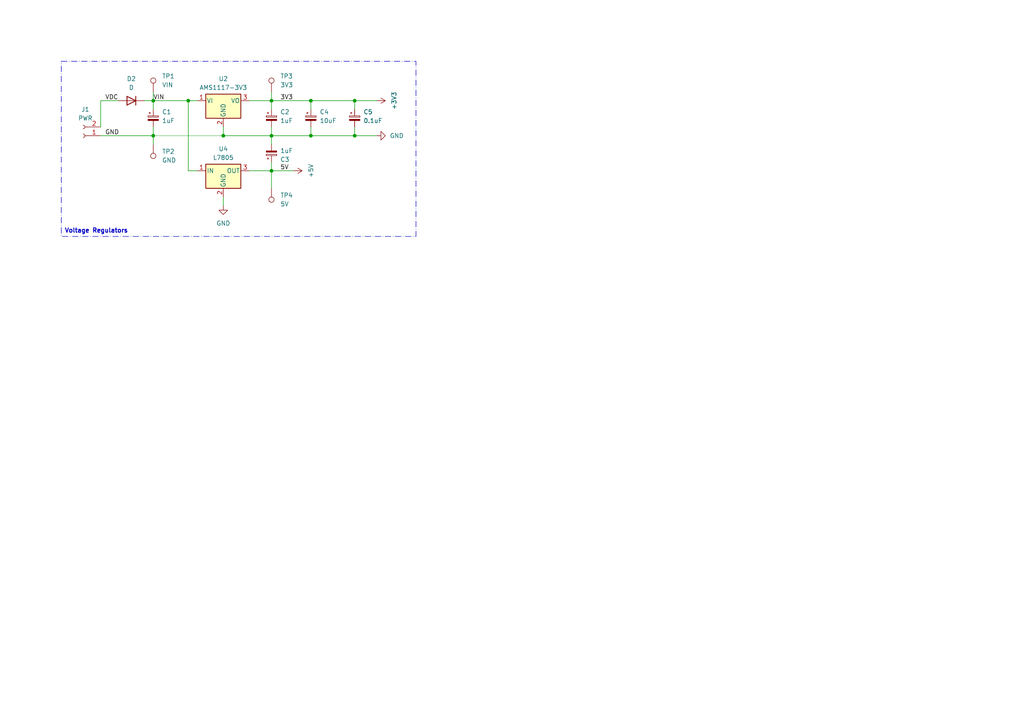
<source format=kicad_sch>
(kicad_sch (version 20231120) (generator "eeschema") (generator_version "8.0")
  (paper "A4")
  (lib_symbols
    (symbol "Connector:Conn_01x02_Socket" (pin_names (offset 1.016) hide)
      (property "Reference" "J" (at 0 2.54 0))
      (property "Value" "Conn_01x02_Socket" (at 0 -5.08 0))
      (symbol "Conn_01x02_Socket_1_1"
        (arc (start 0 -2.032) (mid -0.5058 -2.54) (end 0 -3.048) (stroke (width 0.1524)))
        (polyline (pts (xy -1.27 -2.54) (xy -0.508 -2.54)) (stroke (width 0.1524)))
        (polyline (pts (xy -1.27 0) (xy -0.508 0)) (stroke (width 0.1524)))
        (arc (start 0 0.508) (mid -0.5058 0) (end 0 -0.508) (stroke (width 0.1524)))
        (pin passive line (at -5.08 0 0) (length 3.81) (name "Pin_1") (number "1"))
        (pin passive line (at -5.08 -2.54 0) (length 3.81) (name "Pin_2") (number "2"))
      )
    )
    (symbol "Connector:TestPoint" (pin_numbers hide) (pin_names (offset 0.762) hide)
      (property "Reference" "TP" (at 0 6.858 0))
      (property "Value" "TestPoint" (at 0 5.08 0))
      (symbol "TestPoint_0_1"
        (circle (center 0 3.302) (radius 0.762))
      )
      (symbol "TestPoint_1_1"
        (pin passive line (at 0 0 90) (length 2.54) (name "1") (number "1"))
      )
    )
    (symbol "Device:C_Polarized_Small" (pin_numbers hide) (pin_names (offset 0.254) hide)
      (property "Reference" "C" (at 0.254 1.778 0))
      (property "Value" "C_Polarized_Small" (at 0.254 -2.032 0))
      (symbol "C_Polarized_Small_0_1"
        (rectangle (start -1.524 -0.3048) (end 1.524 -0.6858) (fill (type outline)))
        (rectangle (start -1.524 0.6858) (end 1.524 0.3048))
        (polyline (pts (xy -1.27 1.524) (xy -0.762 1.524)))
        (polyline (pts (xy -1.016 1.27) (xy -1.016 1.778)))
      )
      (symbol "C_Polarized_Small_1_1"
        (pin passive line (at 0 2.54 270) (length 1.8542) (name "~") (number "1"))
        (pin passive line (at 0 -2.54 90) (length 1.8542) (name "~") (number "2"))
      )
    )
    (symbol "Device:D" (pin_numbers hide) (pin_names (offset 1.016) hide)
      (property "Reference" "D" (at 0 2.54 0))
      (property "Value" "D" (at 0 -2.54 0))
      (symbol "D_0_1"
        (polyline (pts (xy -1.27 1.27) (xy -1.27 -1.27)) (stroke (width 0.254)))
        (polyline (pts (xy 1.27 0) (xy -1.27 0)))
        (polyline (pts (xy 1.27 1.27) (xy 1.27 -1.27) (xy -1.27 0) (xy 1.27 1.27)) (stroke (width 0.254)))
      )
      (symbol "D_1_1"
        (pin passive line (at -3.81 0 0) (length 2.54) (name "K") (number "1"))
        (pin passive line (at 3.81 0 180) (length 2.54) (name "A") (number "2"))
      )
    )
    (symbol "Regulator_Linear:L7805" (pin_names (offset 0.254))
      (property "Reference" "U4" (at 0 6.35 0))
      (property "Value" "L7805" (at 0 3.81 0))
      (symbol "L7805_0_1"
        (rectangle (start -5.08 1.905) (end 5.08 -5.08) (stroke (width 0.254)) (fill (type background)))
      )
      (symbol "L7805_1_1"
        (pin power_in line (at -7.62 0 0) (length 2.54) (name "IN") (number "1"))
        (pin power_in line (at 0 -7.62 90) (length 2.54) (name "GND") (number "2"))
        (pin power_out line (at 7.62 0 180) (length 2.54) (name "OUT") (number "3"))
      )
    )
    (symbol "Regulator_Linear:LM78M05_TO220" (pin_names (offset 0.254))
      (property "Reference" "U" (at -3.81 3.175 0))
      (property "Value" "LM78M05_TO220" (at 0 3.175 0))
      (symbol "LM78M05_TO220_0_1"
        (rectangle (start -5.08 1.905) (end 5.08 -5.08) (stroke (width 0.254)) (fill (type background)))
      )
      (symbol "LM78M05_TO220_1_1"
        (pin power_in line (at -7.62 0 0) (length 2.54) (name "VI") (number "1"))
        (pin power_in line (at 0 -7.62 90) (length 2.54) (name "GND") (number "2"))
        (pin power_out line (at 7.62 0 180) (length 2.54) (name "VO") (number "3"))
      )
    )
    (symbol "power:+3V3" (power) (pin_names (offset 0))
      (property "Value" "+3V3" (at 0 3.556 0))
      (symbol "+3V3_0_1"
        (polyline (pts (xy -0.762 1.27) (xy 0 2.54)))
        (polyline (pts (xy 0 0) (xy 0 2.54)))
        (polyline (pts (xy 0 2.54) (xy 0.762 1.27)))
      )
      (symbol "+3V3_1_1"
        (pin power_in line (at 0 0 90) (length 0) hide (name "+3V3") (number "1"))
      )
    )
    (symbol "power:+5V" (power) (pin_names (offset 0))
      (property "Value" "+5V" (at 0 3.556 0))
      (symbol "+5V_0_1"
        (polyline (pts (xy -0.762 1.27) (xy 0 2.54)))
        (polyline (pts (xy 0 0) (xy 0 2.54)))
        (polyline (pts (xy 0 2.54) (xy 0.762 1.27)))
      )
      (symbol "+5V_1_1"
        (pin power_in line (at 0 0 90) (length 0) hide (name "+5V") (number "1"))
      )
    )
    (symbol "power:GND" (power) (pin_names (offset 0))
      (property "Value" "GND" (at 0 -3.81 0))
      (symbol "GND_0_1"
        (polyline (pts (xy 0 0) (xy 0 -1.27) (xy 1.27 -1.27) (xy 0 -2.54) (xy -1.27 -1.27) (xy 0 -1.27)))
      )
      (symbol "GND_1_1"
        (pin power_in line (at 0 0 270) (length 0) hide (name "GND") (number "1"))
      )
    )
  )
  (junction (at 90.17 39.37))
  (junction (at 44.45 29.21))
  (junction (at 78.74 49.53))
  (junction (at 78.74 29.21))
  (junction (at 64.77 39.37))
  (junction (at 44.45 39.37))
  (junction (at 54.61 29.21))
  (junction (at 90.17 29.21))
  (junction (at 102.87 39.37))
  (junction (at 102.87 29.21))
  (junction (at 78.74 39.37))
  (wire (pts (xy 41.91 29.21) (xy 44.45 29.21)))
  (wire (pts (xy 29.21 29.21) (xy 29.21 36.83)))
  (wire (pts (xy 64.77 57.15) (xy 64.77 59.69)))
  (wire (pts (xy 90.17 29.21) (xy 90.17 31.75)))
  (wire (pts (xy 78.74 46.99) (xy 78.74 49.53)))
  (wire (pts (xy 54.61 29.21) (xy 57.15 29.21)))
  (wire (pts (xy 78.74 36.83) (xy 78.74 39.37)))
  (wire (pts (xy 44.45 36.83) (xy 44.45 39.37)))
  (wire (pts (xy 78.74 26.67) (xy 78.74 29.21)))
  (wire (pts (xy 57.15 49.53) (xy 54.61 49.53)))
  (wire (pts (xy 78.74 29.21) (xy 78.74 31.75)))
  (wire (pts (xy 29.21 29.21) (xy 34.29 29.21)))
  (wire (pts (xy 90.17 36.83) (xy 90.17 39.37)))
  (wire (pts (xy 90.17 39.37) (xy 102.87 39.37)))
  (wire (pts (xy 44.45 29.21) (xy 54.61 29.21)))
  (wire (pts (xy 102.87 39.37) (xy 109.22 39.37)))
  (wire (pts (xy 72.39 49.53) (xy 78.74 49.53)))
  (wire (pts (xy 44.45 26.67) (xy 44.45 29.21)))
  (wire (pts (xy 44.45 39.37) (xy 64.77 39.37)) (stroke (width 0.0254)))
  (wire (pts (xy 78.74 29.21) (xy 90.17 29.21)))
  (wire (pts (xy 54.61 29.21) (xy 54.61 49.53)))
  (wire (pts (xy 64.77 39.37) (xy 78.74 39.37)))
  (wire (pts (xy 78.74 39.37) (xy 78.74 41.91)))
  (wire (pts (xy 102.87 36.83) (xy 102.87 39.37)))
  (wire (pts (xy 102.87 29.21) (xy 109.22 29.21)))
  (wire (pts (xy 44.45 29.21) (xy 44.45 31.75)))
  (wire (pts (xy 78.74 39.37) (xy 90.17 39.37)))
  (wire (pts (xy 44.45 41.91) (xy 44.45 39.37)))
  (wire (pts (xy 72.39 29.21) (xy 78.74 29.21)))
  (wire (pts (xy 78.74 49.53) (xy 78.74 54.61)))
  (wire (pts (xy 78.74 49.53) (xy 85.09 49.53)))
  (wire (pts (xy 90.17 29.21) (xy 102.87 29.21)))
  (wire (pts (xy 29.21 39.37) (xy 44.45 39.37)))
  (wire (pts (xy 64.77 36.83) (xy 64.77 39.37)))
  (wire (pts (xy 102.87 29.21) (xy 102.87 31.75)))
  (rectangle (start 17.78 17.78) (end 120.65 68.58) (stroke (width 0) (type dash_dot)))
  (text "Voltage Regulators" (at 27.94 66.294 0) (effects (font (size 1.27 1.27) (thickness 0.254) (bold yes)) (justify top)))
  (label "3V3" (at 81.28 29.21 0))
  (label "VIN" (at 44.45 29.21 0))
  (label "VDC" (at 30.48 29.21 0))
  (label "5V" (at 81.28 49.53 0))
  (label "GND" (at 30.48 39.37 0))
  (symbol (lib_id "Regulator_Linear:L7805") (at 64.77 49.53 0) (unit 1)
    (property "Reference" "U4" (at 64.77 43.18 0))
    (property "Value" "L7805" (at 64.77 45.72 0))
    (property "Footprint" "Alexander Footprint Library:LD1117" (effects (hide yes)))
    (property "Datasheet" "datasheets/Voltage-Regulator_L7805.pdf" (effects (hide yes)))
    (property "Description" "Voltage Regulator 1.5A Positive" (effects (hide yes)))
  )
  (symbol (lib_id "Device:D") (at 38.1 29.21 180) (unit 1)
    (property "Reference" "D2" (at 38.1 22.86 0))
    (property "Value" "D" (at 38.1 25.4 0))
    (property "Footprint" "Diode_SMD:D_1210_3225Metric" (effects (hide yes)))
    (property "Description" "Diode" (effects (hide yes)))
    (property "Sim.Device" "D" (effects (hide yes)))
    (property "Sim.Pins" "1=K 2=A" (effects (hide yes)))
  )
  (symbol (lib_id "Connector:Conn_01x02_Socket") (at 24.13 39.37 180) (unit 1)
    (property "Reference" "J1" (at 24.765 31.75 0))
    (property "Value" "PWR" (at 24.765 34.29 0))
    (property "Footprint" "Connector_PinSocket_2.54mm:PinSocket_1x02_P2.54mm_Vertical" (effects (hide yes)))
  )
  (symbol (lib_id "Connector:TestPoint") (at 78.74 54.61 180) (unit 1)
    (property "Reference" "TP4" (at 81.28 56.6419 0) (effects (justify right)))
    (property "Value" "5V" (at 81.28 59.1819 0) (effects (justify right)))
    (property "Footprint" "TestPoint:TestPoint_Pad_D1.5mm" (effects (hide yes)))
    (property "Description" "test point" (effects (hide yes)))
  )
  (symbol (lib_id "Device:C_Polarized_Small") (at 102.87 34.29 0) (unit 1)
    (property "Reference" "C5" (at 105.41 32.4738 0) (effects (justify left)))
    (property "Value" "0.1uF" (at 105.41 35.0138 0) (effects (justify left)))
    (property "Footprint" "Capacitor_SMD:CP_Elec_3x5.3" (effects (hide yes)))
  )
  (symbol (lib_id "Connector:TestPoint") (at 44.45 41.91 180) (unit 1)
    (property "Reference" "TP2" (at 46.99 43.9419 0) (effects (justify right)))
    (property "Value" "GND" (at 46.99 46.4819 0) (effects (justify right)))
    (property "Footprint" "TestPoint:TestPoint_Pad_D1.5mm" (effects (hide yes)))
    (property "Description" "test point" (effects (hide yes)))
  )
  (symbol (lib_id "Device:C_Polarized_Small") (at 78.74 44.45 0) (mirror x) (unit 1)
    (property "Reference" "C3" (at 81.28 46.2661 0) (effects (justify left)))
    (property "Value" "1uF" (at 81.28 43.7261 0) (effects (justify left)))
    (property "Footprint" "Capacitor_THT:CP_Radial_D4.0mm_P2.00mm" (effects (hide yes)))
  )
  (symbol (lib_id "Device:C_Polarized_Small") (at 90.17 34.29 0) (unit 1)
    (property "Reference" "C4" (at 92.71 32.4738 0) (effects (justify left)))
    (property "Value" "10uF" (at 92.71 35.0138 0) (effects (justify left)))
    (property "Footprint" "Capacitor_SMD:CP_Elec_3x5.3" (effects (hide yes)))
  )
  (symbol (lib_id "power:GND") (at 64.77 59.69 0) (unit 1)
    (property "Reference" "#PWR06" (effects (hide yes)))
    (property "Value" "GND" (at 64.77 64.77 0))
  )
  (symbol (lib_id "power:GND") (at 109.22 39.37 90) (unit 1)
    (property "Reference" "#PWR011" (effects (hide yes)))
    (property "Value" "GND" (at 113.03 39.3699 90) (effects (justify right)))
  )
  (symbol (lib_id "Device:C_Polarized_Small") (at 78.74 34.29 0) (unit 1)
    (property "Reference" "C2" (at 81.28 32.4739 0) (effects (justify left)))
    (property "Value" "1uF" (at 81.28 35.0139 0) (effects (justify left)))
    (property "Footprint" "Capacitor_THT:CP_Radial_D4.0mm_P2.00mm" (effects (hide yes)))
  )
  (symbol (lib_id "Regulator_Linear:LM78M05_TO220") (at 64.77 29.21 0) (unit 1)
    (property "Reference" "U2" (at 64.77 22.86 0))
    (property "Value" "AMS1117-3V3" (at 64.77 25.4 0))
    (property "Footprint" "Package_TO_SOT_SMD:SOT-223-3_TabPin2" (effects (hide yes)))
    (property "Datasheet" "https://www.onsemi.com/pub/Collateral/MC78M00-D.PDF" (effects (hide yes)))
  )
  (symbol (lib_id "Device:C_Polarized_Small") (at 44.45 34.29 0) (unit 1)
    (property "Reference" "C1" (at 46.99 32.4739 0) (effects (justify left)))
    (property "Value" "1uF" (at 46.99 35.0139 0) (effects (justify left)))
    (property "Footprint" "Capacitor_THT:CP_Radial_D4.0mm_P2.00mm" (effects (hide yes)))
  )
  (symbol (lib_id "power:+5V") (at 85.09 49.53 270) (unit 1)
    (property "Reference" "#PWR07" (effects (hide yes)))
    (property "Value" "+5V" (at 90.17 49.53 0))
  )
  (symbol (lib_id "power:+3V3") (at 109.22 29.21 270) (unit 1)
    (property "Reference" "#PWR010" (effects (hide yes)))
    (property "Value" "+3V3" (at 114.3 29.21 0))
  )
  (symbol (lib_id "Connector:TestPoint") (at 78.74 26.67 0) (unit 1)
    (property "Reference" "TP3" (at 81.28 22.0979 0) (effects (justify left)))
    (property "Value" "3V3" (at 81.28 24.6379 0) (effects (justify left)))
    (property "Footprint" "TestPoint:TestPoint_Pad_D1.5mm" (effects (hide yes)))
    (property "Description" "test point" (effects (hide yes)))
  )
  (symbol (lib_id "Connector:TestPoint") (at 44.45 26.67 0) (unit 1)
    (property "Reference" "TP1" (at 46.99 22.0979 0) (effects (justify left)))
    (property "Value" "VIN" (at 46.99 24.6379 0) (effects (justify left)))
    (property "Footprint" "TestPoint:TestPoint_Pad_D1.5mm" (effects (hide yes)))
    (property "Description" "test point" (effects (hide yes)))
  )
)
</source>
